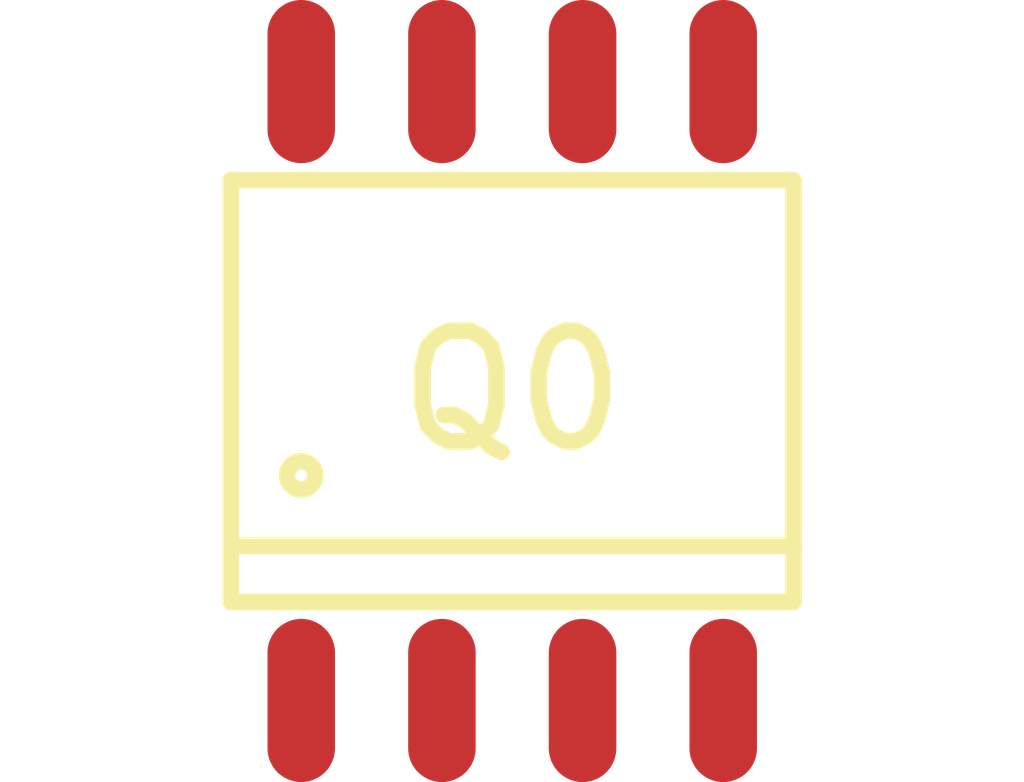
<source format=kicad_pcb>
(kicad_pcb (version 4) (host pcbnew 4.0.2+dfsg1-stable)

  (general
    (links 0)
    (no_connects 0)
    (area 0 0 0 0)
    (thickness 1.6)
    (drawings 0)
    (tracks 0)
    (zones 0)
    (modules 1)
    (nets 9)
  )

  (page A4)
  (layers
    (0 F.Cu signal)
    (31 B.Cu signal)
    (32 B.Adhes user)
    (33 F.Adhes user)
    (34 B.Paste user)
    (35 F.Paste user)
    (36 B.SilkS user)
    (37 F.SilkS user)
    (38 B.Mask user)
    (39 F.Mask user)
    (40 Dwgs.User user)
    (41 Cmts.User user)
    (42 Eco1.User user)
    (43 Eco2.User user)
    (44 Edge.Cuts user)
    (45 Margin user)
    (46 B.CrtYd user)
    (47 F.CrtYd user)
    (48 B.Fab user)
    (49 F.Fab user)
  )

  (setup
    (last_trace_width 0.25)
    (trace_clearance 0.2)
    (zone_clearance 0.508)
    (zone_45_only no)
    (trace_min 0.2)
    (segment_width 0.2)
    (edge_width 0.15)
    (via_size 0.6)
    (via_drill 0.4)
    (via_min_size 0.4)
    (via_min_drill 0.3)
    (uvia_size 0.3)
    (uvia_drill 0.1)
    (uvias_allowed no)
    (uvia_min_size 0.2)
    (uvia_min_drill 0.1)
    (pcb_text_width 0.3)
    (pcb_text_size 1.5 1.5)
    (mod_edge_width 0.15)
    (mod_text_size 1 1)
    (mod_text_width 0.15)
    (pad_size 1.524 1.524)
    (pad_drill 0.762)
    (pad_to_mask_clearance 0.2)
    (aux_axis_origin 0 0)
    (visible_elements FFFFFF7F)
    (pcbplotparams
      (layerselection 0x00030_80000001)
      (usegerberextensions false)
      (excludeedgelayer true)
      (linewidth 0.100000)
      (plotframeref false)
      (viasonmask false)
      (mode 1)
      (useauxorigin false)
      (hpglpennumber 1)
      (hpglpenspeed 20)
      (hpglpendiameter 15)
      (hpglpenoverlay 2)
      (psnegative false)
      (psa4output false)
      (plotreference true)
      (plotvalue true)
      (plotinvisibletext false)
      (padsonsilk false)
      (subtractmaskfromsilk false)
      (outputformat 1)
      (mirror false)
      (drillshape 1)
      (scaleselection 1)
      (outputdirectory ""))
  )

  (net 0 "")
  (net 1 "Net-(Q0-Pad1)")
  (net 2 "Net-(Q0-Pad2)")
  (net 3 "Net-(Q0-Pad3)")
  (net 4 "Net-(Q0-Pad4)")
  (net 5 "Net-(Q0-Pad5)")
  (net 6 "Net-(Q0-Pad6)")
  (net 7 "Net-(Q0-Pad7)")
  (net 8 "Net-(Q0-Pad8)")

  (net_class Default "This is the default net class."
    (clearance 0.2)
    (trace_width 0.25)
    (via_dia 0.6)
    (via_drill 0.4)
    (uvia_dia 0.3)
    (uvia_drill 0.1)
    (add_net "Net-(Q0-Pad1)")
    (add_net "Net-(Q0-Pad2)")
    (add_net "Net-(Q0-Pad3)")
    (add_net "Net-(Q0-Pad4)")
    (add_net "Net-(Q0-Pad5)")
    (add_net "Net-(Q0-Pad6)")
    (add_net "Net-(Q0-Pad7)")
    (add_net "Net-(Q0-Pad8)")
  )

  (module SO-8 (layer F.Cu) (tedit 0) (tstamp 58A7F010)
    (at 148.5011 105.0036)
    (descr "SO-8 Surface Mount Small Outline 150mil 8pin Package")
    (tags "Power Integrations D Package")
    (path /58A7EF30)
    (fp_text reference Q0 (at 0 0) (layer F.SilkS)
      (effects (font (size 1 1) (thickness 0.15)))
    )
    (fp_text value IRF7343PBF (at 0 0) (layer F.Fab)
      (effects (font (size 1 1) (thickness 0.15)))
    )
    (fp_circle (center -1.905 0.762) (end -1.778 0.762) (layer F.SilkS) (width 0.15))
    (fp_line (start -2.54 1.397) (end 2.54 1.397) (layer F.SilkS) (width 0.15))
    (fp_line (start -2.54 -1.905) (end 2.54 -1.905) (layer F.SilkS) (width 0.15))
    (fp_line (start -2.54 1.905) (end 2.54 1.905) (layer F.SilkS) (width 0.15))
    (fp_line (start -2.54 1.905) (end -2.54 -1.905) (layer F.SilkS) (width 0.15))
    (fp_line (start 2.54 1.905) (end 2.54 -1.905) (layer F.SilkS) (width 0.15))
    (pad 1 smd oval (at -1.905 2.794) (size 0.6096 1.4732) (layers F.Cu F.Paste F.Mask)
      (net 1 "Net-(Q0-Pad1)"))
    (pad 2 smd oval (at -0.635 2.794) (size 0.6096 1.4732) (layers F.Cu F.Paste F.Mask)
      (net 2 "Net-(Q0-Pad2)"))
    (pad 3 smd oval (at 0.635 2.794) (size 0.6096 1.4732) (layers F.Cu F.Paste F.Mask)
      (net 3 "Net-(Q0-Pad3)"))
    (pad 4 smd oval (at 1.905 2.794) (size 0.6096 1.4732) (layers F.Cu F.Paste F.Mask)
      (net 4 "Net-(Q0-Pad4)"))
    (pad 5 smd oval (at 1.905 -2.794) (size 0.6096 1.4732) (layers F.Cu F.Paste F.Mask)
      (net 5 "Net-(Q0-Pad5)"))
    (pad 6 smd oval (at 0.635 -2.794) (size 0.6096 1.4732) (layers F.Cu F.Paste F.Mask)
      (net 6 "Net-(Q0-Pad6)"))
    (pad 7 smd oval (at -0.635 -2.794) (size 0.6096 1.4732) (layers F.Cu F.Paste F.Mask)
      (net 7 "Net-(Q0-Pad7)"))
    (pad 8 smd oval (at -1.905 -2.794) (size 0.6096 1.4732) (layers F.Cu F.Paste F.Mask)
      (net 8 "Net-(Q0-Pad8)"))
  )

)

</source>
